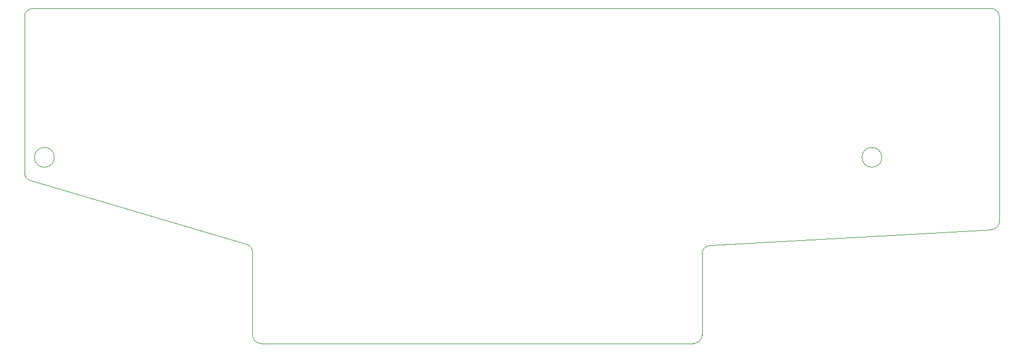
<source format=gbr>
%TF.GenerationSoftware,KiCad,Pcbnew,8.0.0*%
%TF.CreationDate,2024-03-15T12:02:56+01:00*%
%TF.ProjectId,prueba,70727565-6261-42e6-9b69-6361645f7063,v0.1*%
%TF.SameCoordinates,Original*%
%TF.FileFunction,Profile,NP*%
%FSLAX46Y46*%
G04 Gerber Fmt 4.6, Leading zero omitted, Abs format (unit mm)*
G04 Created by KiCad (PCBNEW 8.0.0) date 2024-03-15 12:02:56*
%MOMM*%
%LPD*%
G01*
G04 APERTURE LIST*
%TA.AperFunction,Profile*%
%ADD10C,0.050000*%
%TD*%
G04 APERTURE END LIST*
D10*
X78088772Y-62401650D02*
X45411228Y-52778350D01*
X79000000Y-76170000D02*
X79000000Y-63619920D01*
X145730000Y-77440000D02*
X80270000Y-77440000D01*
X147000000Y-63870337D02*
X147000000Y-76170000D01*
X192000000Y-27940000D02*
X192000000Y-58929663D01*
X190801571Y-60197645D02*
X148198429Y-62602355D01*
X44500000Y-51560080D02*
X44500000Y-27940000D01*
X45770000Y-26670000D02*
X190730000Y-26670000D01*
X78088772Y-62401650D02*
G75*
G02*
X78999980Y-63619920I-358772J-1218250D01*
G01*
X80270000Y-77440000D02*
G75*
G02*
X79000000Y-76170000I0J1270000D01*
G01*
X147000000Y-76170000D02*
G75*
G02*
X145730000Y-77440000I-1270000J0D01*
G01*
X147000000Y-63870337D02*
G75*
G02*
X148198427Y-62602318I1270000J37D01*
G01*
X192000000Y-58929663D02*
G75*
G02*
X190801573Y-60197682I-1270000J-37D01*
G01*
X45411228Y-52778350D02*
G75*
G02*
X44500020Y-51560080I358772J1218250D01*
G01*
X190730000Y-26670000D02*
G75*
G02*
X192000000Y-27940000I0J-1270000D01*
G01*
X44500000Y-27940000D02*
G75*
G02*
X45770000Y-26670000I1270000J0D01*
G01*
X49000000Y-49238000D02*
G75*
G02*
X46000000Y-49238000I-1500000J0D01*
G01*
X46000000Y-49238000D02*
G75*
G02*
X49000000Y-49238000I1500000J0D01*
G01*
X174220000Y-49238000D02*
G75*
G02*
X171220000Y-49238000I-1500000J0D01*
G01*
X171220000Y-49238000D02*
G75*
G02*
X174220000Y-49238000I1500000J0D01*
G01*
M02*

</source>
